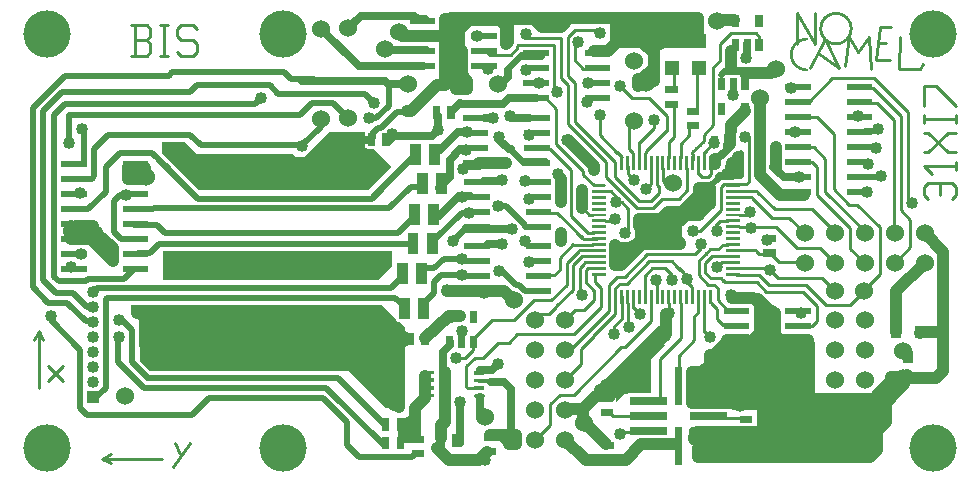
<source format=gbr>
G04 start of page 3 for group 1 idx 2
G04 Title: stribog.main_board.bis, component *
G04 Creator: pcb 20070208 *
G04 CreationDate: Sun Apr  6 09:45:44 2008 UTC *
G04 For: dti *
G04 Format: Gerber/RS-274X *
G04 PCB-Dimensions: 314961 157480 *
G04 PCB-Coordinate-Origin: lower left *
%MOIN*%
%FSLAX24Y24*%
%LNFRONT*%
%ADD11C,0.0200*%
%ADD12C,0.0400*%
%ADD13C,0.0100*%
%ADD14C,0.0250*%
%ADD16C,0.0098*%
%ADD17C,0.0250*%
%ADD18C,0.0600*%
%ADD19R,0.0400X0.0400*%
%ADD20C,0.1575*%
%ADD21R,0.0240X0.0240*%
%ADD22R,0.0200X0.0200*%
%ADD27R,0.0340X0.0340*%
%ADD28C,0.0380*%
%ADD29C,0.0207*%
%ADD30C,0.1260*%
%ADD31C,0.0350*%
%ADD32C,0.0350*%
%ADD33C,0.0120*%
%ADD34C,0.0105*%
%ADD35R,0.0250X0.0250*%
%ADD36R,0.0120X0.0120*%
%ADD37R,0.0098X0.0098*%
%ADD38R,0.0500X0.0500*%
%ADD39R,0.0360X0.0360*%
G54D11*G36*
X4803Y10826D02*Y11181D01*
X5590D01*
X5984Y10787D01*
X9173D01*
X9291Y10669D01*
X9566D01*
X10393Y11496D01*
X11591D01*
X11588Y11487D01*
X11587Y11469D01*
X11588Y11032D01*
X11593Y11015D01*
X11600Y10999D01*
X11610Y10985D01*
X11623Y10973D01*
X11637Y10963D01*
X11653Y10955D01*
X11669Y10951D01*
X11687Y10949D01*
X11883Y10950D01*
X12480Y10354D01*
X11692Y9566D01*
X6063D01*
X4803Y10826D01*
Y11181D01*
X4803D01*
Y10826D01*
G37*
G36*
X4842Y6574D02*Y7559D01*
X12480D01*
Y7047D01*
X12007Y6574D01*
X4842D01*
G37*
G36*
X19865Y2860D02*X19866Y2874D01*
X19862Y2926D01*
X19848Y2976D01*
X19826Y3024D01*
X19796Y3066D01*
X19759Y3103D01*
X19716Y3133D01*
X19669Y3155D01*
X19619Y3169D01*
X19566Y3174D01*
X19514Y3169D01*
X19464Y3155D01*
X19447Y3148D01*
X21378Y5078D01*
X21457Y4999D01*
X21424Y4984D01*
X21382Y4954D01*
X21345Y4917D01*
X21315Y4874D01*
X21292Y4827D01*
X21279Y4776D01*
X21274Y4724D01*
X21279Y4672D01*
X21292Y4621D01*
X21315Y4574D01*
X21345Y4531D01*
X21382Y4494D01*
X21424Y4464D01*
X21472Y4442D01*
X21522Y4429D01*
X21574Y4424D01*
X21591Y4425D01*
X21102Y3937D01*
Y2812D01*
X20377Y2811D01*
X20351Y2804D01*
X20331Y2795D01*
X20236D01*
X19960Y2519D01*
X19955D01*
X19955Y2521D01*
X19954Y2779D01*
X19949Y2795D01*
X19942Y2811D01*
X19932Y2825D01*
X19919Y2838D01*
X19905Y2848D01*
X19889Y2855D01*
X19872Y2860D01*
X19865Y2860D01*
G37*
G36*
X3779Y5551D02*Y5748D01*
X12165D01*
X12629Y5283D01*
Y5262D01*
X12634Y5245D01*
X12641Y5229D01*
X12651Y5215D01*
X12664Y5203D01*
X12678Y5193D01*
X12694Y5185D01*
X12711Y5181D01*
X12728Y5179D01*
X12733D01*
X12913Y5000D01*
Y4884D01*
X12909Y4880D01*
X12899Y4866D01*
X12892Y4850D01*
X12887Y4833D01*
X12886Y4816D01*
X12887Y4378D01*
X12892Y4362D01*
X12899Y4346D01*
X12909Y4332D01*
X12913Y4328D01*
Y2322D01*
X12283D01*
X11063Y3543D01*
X4409D01*
X4094Y3858D01*
Y5236D01*
X3779Y5551D01*
G37*
G54D12*X20157Y7362D02*X19960D01*
X19921Y7086D02*Y7755D01*
X20118Y7086D02*X19921D01*
X19566Y2874D02*X19606Y2913D01*
Y3070D01*
X20511Y7480D02*X20118Y7086D01*
X19921Y7755D02*X20039Y7637D01*
X20314Y7283D02*X20905Y7874D01*
X20433Y7637D02*X20157Y7362D01*
X20511Y7598D02*X20708Y7795D01*
G54D13*X21723Y5581D02*X21692Y5551D01*
X21574Y4724D02*Y4763D01*
G54D12*X21614Y4763D02*Y5433D01*
X21496Y4803D02*X21417D01*
G54D16*X20336Y5829D02*Y5028D01*
G54D12*X21102Y8267D02*X21063Y8228D01*
Y8031D01*
X20787Y7913D02*Y8425D01*
X21456Y8622D02*X20708D01*
Y8464D01*
X21614Y4763D02*X21259Y4409D01*
G54D16*X21117Y9767D02*Y10082D01*
X21123Y10043D02*Y10397D01*
G54D12*X14409Y15157D02*Y14606D01*
X14527Y15275D02*X14409Y15157D01*
X14724Y14417D02*Y15157D01*
X14685Y14881D02*X15039Y15236D01*
X14252Y15275D02*X14527D01*
X12716Y14842D02*X12834Y14724D01*
X13740D01*
X14133D02*X13464D01*
X14409Y14606D02*X14803Y14212D01*
X14610Y14302D02*X14724Y14417D01*
X14803Y14212D02*Y13504D01*
Y13425D02*X15000Y13228D01*
X14488Y13307D02*Y14330D01*
X14252Y13070D02*Y15275D01*
X16535Y5905D02*X16220Y6220D01*
X14330D01*
X16299Y10472D02*X15393D01*
G54D14*X14842Y10275D02*X14960Y10393D01*
X15393D01*
G54D13*X14724Y10196D02*X14881Y10354D01*
X19066Y8748D02*X18839Y8976D01*
G54D12*X18827D02*X18826Y9566D01*
X18110Y9173D02*Y9960D01*
Y7952D02*Y8149D01*
X19212Y10393D02*X18346Y11259D01*
X19212Y10236D02*Y10393D01*
X18110Y8149D02*Y7874D01*
G54D16*X19197Y8746D02*X19079Y8746D01*
G54D14*X14960Y8307D02*X15196D01*
X16496Y8267D02*X14960D01*
G54D11*Y8307D02*X14527Y7874D01*
G54D12*X18267Y15157D02*X18110Y15000D01*
X20196Y15196D02*Y14960D01*
X19960Y14527D02*Y15196D01*
X20826Y14527D02*X19960D01*
X20472Y15039D02*X20551D01*
X21342Y14716D02*X21259Y14606D01*
X20826Y13267D02*X21220Y13661D01*
Y14133D02*X20826Y14527D01*
X21220Y13661D02*Y14133D01*
X21224Y14598D02*Y13220D01*
X20669Y13031D02*Y13267D01*
X20826D01*
X20461Y15003D02*X19670Y14212D01*
X15000Y12952D02*X14606D01*
X14252Y13070D02*X14488Y13307D01*
X14921Y12952D02*X15000D01*
X14252Y13070D02*X13976D01*
X13425Y12519D01*
X15000Y12952D02*Y13228D01*
X18110Y15000D02*X17480D01*
X17204Y15275D01*
X16574D01*
X16338Y14978D02*X16041Y15275D01*
X16338Y15236D02*Y14527D01*
X15039Y15236D02*X15944D01*
X16299Y14724D02*Y14899D01*
G54D11*X12643Y12195D02*X13079D01*
G54D12*X13110Y12204D02*X12992D01*
X13425Y12519D02*X13110Y12204D01*
G54D11*X12107Y11659D02*X12643Y12195D01*
X12036Y11659D02*X12107D01*
X12026Y11649D02*X12036Y11659D01*
G54D14*X11807Y11349D02*X11717Y11259D01*
G54D11*X11807Y11349D02*Y11430D01*
X12025Y11648D01*
G54D14*X11717Y11259D02*X11378D01*
G54D12*X12834Y4606D02*X12795Y4566D01*
X12559Y2401D02*X12716D01*
Y2362D02*Y4567D01*
X5196Y5472D02*X3976D01*
X5236Y5433D02*X5196Y5472D01*
X4291Y4370D02*X4252Y4409D01*
Y5551D01*
X3740Y10314D02*X4252D01*
X4263Y9950D02*X4253Y9960D01*
X3700D01*
X4291Y9999D02*Y10118D01*
X3700Y10354D02*X3740Y10314D01*
X3700Y9960D02*Y10354D01*
X2834Y7992D02*X3189Y7637D01*
Y7204D01*
X2441Y7952D01*
X1850Y8188D02*X2637D01*
X1771Y7952D02*Y8385D01*
X2441Y7952D02*X1771D01*
X1811Y8228D02*X1850Y8188D01*
X1811Y8228D02*X1968Y8385D01*
X2519D01*
X28818Y2283D02*X28779Y2322D01*
X28937Y1850D02*X28385Y1259D01*
X28504Y1141D02*X28464Y1023D01*
X28504D02*X28425Y984D01*
X29133Y3346D02*X29527D01*
X29310Y3307D02*X30629D01*
X29448D02*X28937Y2795D01*
X29566Y3267D02*Y3110D01*
X29527Y3307D02*X29566Y3267D01*
X28740Y2519D02*X29645Y3425D01*
X29566Y3110D02*X28779Y2322D01*
X28937Y2795D02*Y1850D01*
X29309Y3308D02*X29310Y3307D01*
X28661Y2755D02*X29252Y3346D01*
X30866Y6181D02*Y3543D01*
X30236Y8149D02*X30866Y7519D01*
X30108Y4842D02*X30866D01*
Y3543D02*X30629Y3307D01*
X30866Y7519D02*Y6141D01*
X30078Y4812D02*X30108Y4842D01*
G54D11*X23862Y13190D02*X23858Y13186D01*
Y12677D01*
G54D14*X24330Y14015D02*Y14448D01*
X24291Y13976D02*X24330Y14015D01*
G54D13*X23464Y13425D02*Y13110D01*
G54D12*X19670Y14212D02*X19212D01*
G54D17*X19606Y14133D02*X19370D01*
G54D12*X22677Y15314D02*X22362Y15000D01*
X21302Y14519D02*X21574Y14763D01*
X21539Y14755D02*X22559Y14763D01*
X22677Y14527D02*Y15314D01*
X21302Y14519D02*X22677Y14527D01*
X20866Y15000D02*X20905Y14960D01*
X20551Y15039D02*X20590Y15000D01*
G54D17*X20511Y15039D02*X19606Y14133D01*
G54D13*X20461Y15003D02*X20464Y15000D01*
X20866D01*
G54D12*X22362D02*X20866D01*
X14448Y15314D02*X19842D01*
X16299D02*X16377Y15236D01*
X19763Y15314D02*X22559D01*
X20433Y14724D02*X21342Y14716D01*
X16299Y14448D02*Y15314D01*
G54D13*X25275Y11023D02*Y10984D01*
G54D16*X22895Y10853D02*Y10660D01*
G54D12*X25275Y11023D02*Y10354D01*
G54D14*X25629Y10000D02*X26063D01*
X25196Y10354D02*X25551Y10000D01*
G54D16*X23181Y11138D02*X22905Y10862D01*
G54D12*X24015Y10669D02*Y10196D01*
G54D11*X24121Y10826D02*X23885Y10590D01*
X24121Y10039D02*Y10826D01*
G54D12*X23818Y10118D02*Y10472D01*
G54D14*X23425Y10039D02*X23385Y10000D01*
G54D12*X23897Y10314D02*X23700Y10118D01*
G54D13*X20952Y9608D02*X21110Y9765D01*
G54D12*X20748Y8543D02*X20708Y8503D01*
Y8385D01*
X20826Y8267D01*
X20809Y8049D01*
X21950Y7930D02*X21968Y8346D01*
X22086Y8543D02*X20748D01*
X21968Y8346D02*X21771Y8149D01*
X21653Y8267D01*
X21102D01*
X22165Y8858D02*X21692D01*
X21456Y8622D01*
G54D14*X23622Y10039D02*X23425D01*
G54D12*X23700Y10118D02*X23661D01*
G54D11*X23425Y10039D02*X24121D01*
X23307Y9921D02*X23425Y10039D01*
G54D12*X22714Y9657D02*X22716Y8740D01*
X22714Y9145D02*X22716Y9212D01*
Y8740D02*X22283D01*
X22086Y8543D01*
X22283Y8700D02*X22714Y9145D01*
X22677Y9370D02*X22165Y8858D01*
X22714Y9657D02*X22992Y9645D01*
G54D13*X23432Y8543D02*X23267Y8385D01*
X22716Y8937D02*Y8858D01*
G54D14*X22990Y9027D02*X22992Y8937D01*
X22990Y8948D02*X22795Y8740D01*
Y8740D01*
G54D16*X23685Y8549D02*X23432D01*
G54D13*X22716Y9724D02*Y9645D01*
G54D12*X22950Y9538D02*X23080Y9654D01*
G54D11*X23147Y9772D02*X23307Y9918D01*
X23147Y9696D02*X23149Y9760D01*
G54D12*X23089Y9658D02*Y9113D01*
X27204Y1259D02*X27125Y1299D01*
X27204Y1259D02*X28385D01*
X26456Y2598D02*X28818D01*
X26181Y2480D02*X25000D01*
X25039Y2204D02*X25078Y2165D01*
X26181D01*
X28779Y2322D02*X26259D01*
X26377Y1968D02*X28818D01*
X26417Y1574D02*X26496Y1496D01*
X28504D01*
X26456Y1653D02*X28582D01*
X26417Y1692D02*X26456Y1653D01*
X24960Y1377D02*Y2322D01*
X27165Y1299D02*X23346D01*
X25551Y1338D02*X25511Y1299D01*
X25000D01*
X24881D02*X24960Y1377D01*
X26181Y1259D02*X26377D01*
X22637Y1299D02*X23464D01*
X22677Y944D02*Y669D01*
X24381Y1492D02*X24377Y1496D01*
X22637D01*
X28464Y984D02*X22677D01*
Y669D02*X28425D01*
X28661Y905D01*
Y1574D01*
X24921Y1496D02*X24173D01*
X25000Y5078D02*X24842D01*
Y4881D02*X24527Y4566D01*
X25354Y4645D02*X25000Y4999D01*
X25236Y4488D02*X25314Y4566D01*
X25196Y4724D02*X24803D01*
X25314Y4566D02*X26338D01*
X24566Y5944D02*X24527Y5984D01*
X24842Y5669D02*X24606Y5905D01*
X24763Y5748D01*
X24527Y5984D02*X23818D01*
X25078Y5551D02*X24684Y5944D01*
X24763Y5748D02*Y4921D01*
X24842Y4960D02*Y5669D01*
X25157Y4763D02*Y5551D01*
X25236Y4763D02*Y5472D01*
X26377Y1259D02*Y4448D01*
X26338Y4566D02*Y4173D01*
X26181Y3622D02*Y3385D01*
Y3031D02*Y2755D01*
X26141Y2716D01*
X26181Y1850D02*X24960D01*
Y1692D02*X25078Y1574D01*
X26141D01*
X24960Y1535D02*X24921Y1496D01*
X24881Y1417D02*X24842Y1456D01*
Y2283D01*
X26141Y4448D02*X26181Y4409D01*
Y4133D01*
X18267Y2259D02*X18291Y2283D01*
G54D14*X15590Y2007D02*X15433Y2165D01*
Y2671D01*
G54D12*X18291Y2283D02*X18858D01*
Y1803D02*Y2322D01*
G54D14*Y1968D02*Y1811D01*
G54D12*Y2283D02*X19291Y2716D01*
X19763D01*
X19634Y1106D02*X18897Y1843D01*
X19606Y2913D02*X19921D01*
X19527D02*X19409D01*
X19566Y2874D02*X19527Y2913D01*
X20708Y7795D02*X22086D01*
X21063Y8031D02*X21692D01*
G54D13*X19960Y7362D02*Y7322D01*
G54D12*X20511Y7637D02*X20787Y7913D01*
X20511Y7716D02*Y7480D01*
X20039Y7637D02*X20433D01*
X22047Y7812D02*X22086Y7795D01*
X22069Y7812D02*X21968Y7913D01*
G54D16*X21714Y5828D02*Y5581D01*
G54D12*X21574Y4724D02*X21496Y4803D01*
X24960Y2322D02*X24724Y2559D01*
Y2519D02*X24645Y2598D01*
X22637Y3149D02*Y2519D01*
X22834Y3110D02*Y3031D01*
X23976Y2440D02*X25000D01*
X24724Y2559D02*X23228D01*
G54D14*X24055D02*X24488D01*
X24055Y2519D02*X23779D01*
G54D12*X23937Y2480D02*X23976Y2440D01*
X23937Y2480D02*X23897Y2440D01*
X23937Y2480D02*X22559D01*
X24645Y2598D02*Y3543D01*
X24606Y3582D01*
X23425Y3858D02*X26220D01*
X26338Y4173D02*X23622D01*
X23228Y3622D02*X26181D01*
Y3385D02*X23110D01*
X23937Y4448D02*X26141D01*
X22834Y3031D02*X26181D01*
X26141Y2716D02*X22834D01*
X24606Y3582D02*X23897D01*
Y4409D01*
X23937Y3779D02*X24133Y3976D01*
X24291D01*
X23649Y4553D02*X23661Y4541D01*
Y4527D01*
X23649Y4553D02*X23663Y4566D01*
X23897Y4409D02*X23937Y4448D01*
X23663Y4566D02*X24330D01*
X24448Y4448D01*
X24685D01*
X23661Y4527D02*X23149Y4015D01*
Y3661D01*
X23622Y4173D02*X23425Y3976D01*
Y3858D01*
X23110Y3385D02*X22834Y3110D01*
X22480Y2480D02*Y3503D01*
X22834D01*
X23149Y3661D02*X22637Y3149D01*
X22834Y3503D02*X23070Y3740D01*
Y4094D01*
G54D13*X28236Y7149D02*X27755Y7629D01*
X28236Y8149D02*Y8338D01*
X27755Y7637D02*Y8307D01*
X28740Y6771D02*Y8346D01*
X29763Y9212D02*X29803D01*
X24724Y7440D02*X25118D01*
X25393Y7165D01*
X27236Y7149D02*X26747Y7637D01*
X26236Y8149D02*X25724Y8661D01*
X25196D01*
X26574Y8858D02*X26732Y8700D01*
X26732D01*
X29236Y8149D02*X29212Y8173D01*
X29685Y9291D02*X29763Y9212D01*
X29448Y8897D02*X29763Y8582D01*
G54D12*X30236Y7149D02*X29291Y6204D01*
Y4842D01*
G54D13*X29763Y8582D02*Y7677D01*
X29236Y7149D02*X29763Y7677D01*
G54D16*X28740Y6771D02*X28189Y6220D01*
Y6220D01*
X28228D02*X27755Y5748D01*
X27244Y6220D02*X26810Y6653D01*
X27755Y5748D02*X26968D01*
X26299Y6417D01*
X26810Y6653D02*X25354D01*
X26299Y6417D02*X25039D01*
G54D13*X24999Y6966D02*X25078Y6889D01*
G54D16*Y6929D02*X25032Y6975D01*
X25078Y6929D02*X25078D01*
X25354Y6653D02*X25078Y6929D01*
X25039Y6417D02*X24724Y6732D01*
X26653Y5196D02*Y5708D01*
X26181Y6181D01*
X24960D01*
G54D11*X28622Y11535D02*X28267D01*
X28700Y11614D02*X28622Y11535D01*
X28582Y11023D02*X28307D01*
X28621Y10984D02*X28582Y11023D01*
G54D13*X29212Y8173D02*Y11929D01*
G54D11*X28740Y10000D02*X28149D01*
X28779Y10039D02*X28740Y10000D01*
X28346Y10393D02*Y10511D01*
G54D13*X27204Y9606D02*Y11456D01*
X29685Y12165D02*Y9291D01*
X29448Y12047D02*Y8897D01*
G54D11*X28070Y12007D02*X28149D01*
X28031Y12047D02*X28070Y12007D01*
G54D13*X29212Y11929D02*X28661Y12480D01*
X27165Y13307D02*X28543D01*
X28503Y12992D02*X29448Y12047D01*
X28661Y12480D02*X28110D01*
X28414Y12992D02*X28503D01*
X28397Y13009D02*X28414Y12992D01*
X28543Y13307D02*X29685Y12165D01*
X27598Y13700D02*X27716Y14684D01*
X29409Y14685D02*X29370Y13622D01*
X28622Y13897D02*X28740Y15000D01*
X29133D01*
X28700Y14488D02*X28937D01*
X28622Y13897D02*X29094D01*
X30078Y13622D02*X30197Y13779D01*
X29370Y13622D02*X30078D01*
X27204Y11456D02*X26653Y12007D01*
X25984D01*
X26574Y14448D02*Y15472D01*
X25984D02*X26574Y14448D01*
X25984Y15472D02*Y14448D01*
X27401Y13661D02*X26693Y14133D01*
X26417Y13661D02*X26929Y14606D01*
X27401Y13661D01*
X27716Y14684D02*X28031Y14173D01*
X28385Y14684D01*
X28464Y13622D01*
X27165Y13307D02*X26377Y12519D01*
X26102D01*
X26747Y7637D02*X25984D01*
X26692Y8740D02*X27244Y8188D01*
Y8149D01*
X25984Y7637D02*X25275Y8346D01*
G54D11*X26102Y9488D02*X25984D01*
X26181Y9409D02*X26102Y9488D01*
G54D13*X25236Y8937D02*X26492D01*
G54D12*X25433Y9409D02*X26220D01*
G54D13*X27755Y8307D02*X26653Y9409D01*
X28236Y8220D02*X26929Y9527D01*
X28740Y8346D02*X27991Y9094D01*
X27716D01*
X27204Y9606D01*
X26492Y8937D02*X26626Y8803D01*
X26653Y9409D02*Y10026D01*
Y9881D02*Y10354D01*
X26929Y9527D02*Y10629D01*
X26495Y10511D02*X26023D01*
X26929Y10629D02*X26535Y11023D01*
X26062D01*
X26653Y10354D02*X26495Y10511D01*
X25393Y7165D02*X26220D01*
X24251Y8739D02*X24370Y8858D01*
G54D16*X24057Y8352D02*X25276D01*
X24053Y8746D02*X24251D01*
X25145Y8661D02*X25244D01*
G54D13*X24645Y9527D02*X25236Y8937D01*
G54D16*X24481Y9336D02*X23957D01*
X25141Y8657D02*X24476Y9322D01*
X23436Y8909D02*X23188Y8660D01*
G54D13*X22704Y7204D02*X22964Y7464D01*
G54D16*X22811Y10002D02*X22877D01*
G54D13*X22874Y10003D02*X23012D01*
G54D16*X22716Y10096D02*X22811Y10002D01*
X22698Y10319D02*Y10108D01*
G54D12*X23267Y10433D02*Y10629D01*
G54D16*X23463Y9685D02*X23436Y9658D01*
Y8909D01*
G54D13*X24291Y9763D02*X24370Y9842D01*
G54D12*X25433Y9409D02*X24763Y10078D01*
G54D16*X24645Y9527D02*X24641Y9531D01*
G54D13*X23425Y14448D02*X23779Y14803D01*
G54D12*X23346Y15236D02*X23897D01*
X23307Y15196D02*X23346Y15236D01*
G54D13*X23779Y14803D02*X24606D01*
X24724Y14685D01*
Y14448D01*
X23189Y11731D02*Y12110D01*
G54D12*X24252Y12204D02*X23779Y11732D01*
G54D13*X22598Y10944D02*X22598D01*
X22874Y11220D02*X22598Y10944D01*
X22887Y11234D02*Y11429D01*
G54D16*X22787Y11129D02*X22500Y10842D01*
G54D13*X22874Y11221D02*X22887Y11234D01*
X24370Y9842D02*Y11338D01*
G54D16*X24642Y9533D02*X23866D01*
G54D12*X24763Y10078D02*Y12598D01*
X23740Y11126D02*Y11377D01*
G54D14*X23665Y11091D02*Y10988D01*
G54D13*X22887Y11429D02*X23189Y11731D01*
G54D14*X23704Y10987D02*X23267Y10551D01*
G54D12*X23779Y11732D02*Y11535D01*
G54D13*X22609Y12208D02*X22637Y12236D01*
G54D14*X23704Y11091D02*Y10987D01*
G54D13*X22637Y12236D02*Y13661D01*
X23189D02*Y12007D01*
G54D12*X25275Y13622D02*X25118Y13464D01*
X24252D01*
G54D13*X23464Y13425D02*Y13110D01*
G54D11*Y13425D02*X23622Y13582D01*
X24252Y13464D02*Y13110D01*
G54D12*X23779Y13661D02*Y14212D01*
G54D17*X23700Y13543D02*X24212D01*
G54D13*X23425Y13897D02*X23189Y13661D01*
X23425Y13897D02*Y14448D01*
G54D16*X22502Y10771D02*Y10577D01*
G54D13*X23122Y10107D02*Y10397D01*
X23012Y10001D02*X23119Y10108D01*
X23464Y9685D02*X23543Y9763D01*
X24291D01*
X23346Y5905D02*X23700Y5551D01*
X26496Y5039D02*X26299D01*
X23649Y5553D02*X23622Y5580D01*
X23504Y5078D02*X23976D01*
G54D16*X23103Y5829D02*X23307Y5626D01*
G54D13*Y5275D01*
X23504Y5078D01*
G54D16*X24960Y6181D02*X24645Y6496D01*
G54D13*X24015D02*X23582D01*
G54D16*X23157Y6633D02*X23444D01*
G54D13*X23527Y6551D01*
X26653Y5196D02*X26496Y5039D01*
X23582Y6496D02*X23503Y6574D01*
G54D16*X23304Y6998D02*X23476Y7170D01*
X23685Y7368D02*X23170D01*
X22929Y6814D02*X23110Y6633D01*
X23474Y7171D02*X23693D01*
X23110Y6633D02*X23204D01*
G54D13*X23346Y6299D02*Y5905D01*
X23228Y6417D02*X23346Y6299D01*
X23149Y6417D02*X23228D01*
G54D16*X23031D02*X23137D01*
X22716Y6732D02*X23031Y6417D01*
X22501Y6222D02*Y6327D01*
G54D13*X22696Y5499D02*X22552Y5354D01*
G54D16*X22699Y5829D02*Y5499D01*
G54D13*X22716Y6732D02*X22704Y6744D01*
X24291Y6732D02*X24094D01*
G54D16*X24724D02*X24252D01*
X24645Y6496D02*X23858D01*
G54D13*X24094Y6732D02*X23937D01*
G54D16*X24054Y7564D02*X24606D01*
G54D13*X24606Y7560D02*X24724Y7440D01*
G54D16*X25032Y6974D02*X24009D01*
G54D13*X22598Y7440D02*X22795Y7637D01*
X22704Y6744D02*Y7204D01*
X22795Y7637D02*Y7795D01*
X22519Y8228D02*X22755D01*
X23346Y8818D01*
G54D16*X23684Y7761D02*X23508D01*
X23507Y7759D02*X23346Y7598D01*
X23098D02*X22940Y7440D01*
X23153Y7370D02*X23019Y7236D01*
X23346Y7598D02*X23110D01*
X23173Y7370D02*X23153D01*
X23346Y7598D02*X23098D01*
G54D13*X23023Y7232D02*X22929Y7137D01*
Y6818D01*
G54D11*X1653Y5826D02*X2283Y5196D01*
X2086Y4251D02*X1102Y5236D01*
G54D13*X708Y2992D02*Y4881D01*
G54D11*X3477Y5236D02*X3812Y4901D01*
Y3840D01*
X3346Y3858D02*Y4685D01*
X2283Y5196D02*X2519D01*
X2952Y5944D02*Y2992D01*
Y5944D02*X2992Y5984D01*
X2322Y5669D02*X2519D01*
X3385Y5236D02*X3477D01*
X1023Y5826D02*X1653D01*
X2641Y6299D02*X12440D01*
X2992Y5984D02*X12598D01*
X1850Y6141D02*X2322Y5669D01*
X4344Y3307D02*X4788D01*
X3811Y3840D02*X4344Y3307D01*
X4212Y2992D02*X10275D01*
X4330Y3307D02*X10669D01*
X3346Y3858D02*X4212Y2992D01*
X6378Y2637D02*X10196D01*
X2322Y2086D02*X2401D01*
G54D13*X2834Y629D02*X3110Y472D01*
X2834Y629D02*X3110Y787D01*
X2834Y629D02*X4803D01*
G54D11*X2952Y2992D02*X2559Y2598D01*
X2086Y2322D02*X2322Y2086D01*
X2362D02*X5826D01*
X6378Y2637D01*
X10196D02*X10984Y1850D01*
Y1063D01*
X11378Y669D01*
X2086Y2429D02*Y4251D01*
X2086Y2440D02*Y2322D01*
G54D13*X5433Y787D02*X5236Y1141D01*
X5196Y354D02*X5748Y1141D01*
G54D11*X511Y6338D02*X1023Y5826D01*
X2519Y6177D02*X2641Y6299D01*
G54D13*X708Y4881D02*X866Y4566D01*
X708Y4881D02*X551Y4566D01*
G54D11*X1102Y5236D02*Y5354D01*
X1299Y6141D02*X1850D01*
X9133Y13267D02*X9881D01*
X11574Y12795D02*X9527D01*
G54D14*X12244Y13228D02*X9488D01*
G54D11*X8700Y12795D02*X9645D01*
X11023Y11968D02*X10511Y12480D01*
X9803D01*
X9606Y12283D02*X9803Y12480D01*
X10118Y11692D02*Y11929D01*
X9488Y11063D02*X10118Y11692D01*
X12391Y12394D02*Y13093D01*
X11732Y11968D02*X11965D01*
X12391Y12394D01*
X9606Y12283D02*X9409Y12086D01*
X2559Y10039D02*Y10393D01*
Y10314D02*Y10944D01*
X2204Y11574D02*Y10472D01*
X1574Y13385D02*X5039D01*
X5748Y12834D02*X5984Y13070D01*
X2165Y11614D02*X2204Y11574D01*
X2559Y10944D02*X3031Y11417D01*
X6023Y9291D02*X4685Y10629D01*
X2952Y10196D02*Y10354D01*
X3425Y10826D01*
X4488D01*
X5039Y10275D01*
X3228Y8189D02*Y9212D01*
X2362Y8937D02*X2007D01*
X3610Y9405D02*X3539D01*
X3425Y9409D02*X3661D01*
X3228Y9212D02*X3425Y9409D01*
X4409Y7480D02*X4015D01*
X3611Y7952D02*X3464D01*
X3228Y8189D01*
X4645Y8425D02*X3897D01*
X4409Y7480D02*X4724Y7795D01*
X11811Y9291D02*X6023D01*
X4566Y8976D02*X12401D01*
X12677Y8149D02*X4921D01*
X4645Y8425D01*
X4724Y7795D02*X13149D01*
X4263Y8950D02*X4277Y8937D01*
X4527D01*
X4566Y8976D01*
X511Y12322D02*X1574Y13385D01*
X1732Y12047D02*Y11141D01*
X1220Y12086D02*X1574Y12440D01*
X866Y12204D02*X1496Y12834D01*
X1417Y6535D02*X2283D01*
X2362Y6614D01*
X3543D02*X3858Y6929D01*
X3613Y7950D02*X3611Y7952D01*
X2213Y9950D02*X2223Y9960D01*
X2362Y8937D02*X2952Y9527D01*
Y10236D01*
X2480Y9960D02*X2559Y10039D01*
X2223Y9960D02*X2480D01*
X2362Y6614D02*X3543D01*
X511Y6338D02*Y12322D01*
X1378Y6535D02*X1456D01*
X1220Y12086D02*Y6692D01*
X1378Y6535D01*
X866Y12204D02*Y6574D01*
X1299Y6141D01*
X8897Y13503D02*X9133Y13267D01*
X5157Y13503D02*X8897D01*
X5039Y13385D02*X5157Y13503D01*
X5984Y13070D02*X8425D01*
X9409Y12086D02*X1732D01*
X3031Y11417D02*X5748D01*
X6102Y11063D02*X9488D01*
X5748Y11417D02*X6102Y11063D01*
X1574Y12440D02*X7913D01*
X1496Y12834D02*X5748D01*
X7913Y12440D02*X8110Y12637D01*
Y12637D01*
X8425Y13070D02*X8700Y12795D01*
G54D16*X21901Y11349D02*X21732Y11181D01*
X21714Y11167D02*Y10645D01*
X22401Y11417D02*X22110Y11125D01*
X22500Y10842D02*Y10776D01*
X22108Y11124D02*Y10652D01*
G54D13*X22401Y11417D02*Y11732D01*
X21889Y12928D02*Y13582D01*
X18858Y13622D02*X19252D01*
X20078Y13031D02*X20472Y12637D01*
X17637D02*X17401D01*
X21062D02*X20472D01*
X21901Y12917D02*X21889Y12928D01*
X19921Y10511D02*X18582Y11850D01*
Y11968D01*
X19606Y10511D02*X18582Y11535D01*
X19409Y11417D02*Y12086D01*
X17649Y10970D02*X17674Y10944D01*
X17755D01*
G54D16*X20927Y10679D02*Y10825D01*
G54D13*X20944Y10866D02*Y10826D01*
X21653Y11574D02*X20944Y10866D01*
G54D16*X20905Y11338D02*X20748Y11181D01*
X20730Y11181D02*Y10567D01*
X20533Y10678D02*Y10823D01*
G54D13*X20138Y10691D02*X19984Y10845D01*
G54D16*X20533Y10801D02*X20393Y10940D01*
X20393Y10984D02*Y11889D01*
G54D13*X20000Y10826D02*X19409Y11417D01*
G54D16*X20393Y10940D02*Y11076D01*
G54D13*X21653Y11551D02*Y12047D01*
X20905Y11338D02*X21220Y11653D01*
Y11929D01*
X21653Y12047D02*X21062Y12637D01*
G54D16*X21901Y12437D02*Y11349D01*
G54D13*X18858Y10196D02*X18857Y10079D01*
X19921Y10157D02*Y10511D01*
Y10000D02*Y10275D01*
X19606Y10039D02*Y10118D01*
Y10078D02*Y10511D01*
G54D16*Y10026D02*Y10075D01*
X20336Y10098D02*Y10374D01*
G54D11*X14803Y8818D02*X15078D01*
G54D14*X14055Y8700D02*X14724Y9370D01*
X14055Y9645D02*X14409Y9999D01*
Y10590D01*
G54D11*X13949Y7965D02*X14803Y8818D01*
X13823Y7965D02*X13910D01*
X16929Y8344D02*Y8403D01*
X17038Y8344D02*X16929D01*
G54D14*X16023Y9881D02*X15551D01*
X16063Y9921D02*X16023Y9881D01*
G54D11*X16929Y8403D02*X16275Y9058D01*
X16023Y9055D02*X16292D01*
G54D14*X14724Y9370D02*X15078D01*
G54D13*X18110Y14645D02*X17795D01*
X17874D02*X16889D01*
X17338Y14409D02*X17795D01*
X17337Y14408D02*X17338Y14409D01*
X18110D02*Y14645D01*
X17716Y14409D02*X17874D01*
G54D11*X16318Y13591D02*X16782Y14055D01*
G54D14*X16338Y13582D02*Y13346D01*
X16802Y14055D02*X17440D01*
X16338Y13346D02*X16023Y13031D01*
G54D13*X16378Y14094D02*X16417D01*
X16455D02*X15748D01*
X16446D02*X16659Y14307D01*
Y14370D01*
X17362Y13149D02*X17283D01*
X15748Y14094D02*X15629Y14212D01*
X16697Y14408D02*X17337D01*
X16659Y14370D02*X16697Y14408D01*
X18582Y11929D02*Y13149D01*
X18110Y13307D02*Y14409D01*
X17874Y12834D02*Y14409D01*
X18582Y14370D02*Y13897D01*
X18346Y13385D02*Y14685D01*
Y11771D02*Y13070D01*
X18582Y13897D02*X18858Y13622D01*
X18346Y13385D02*X18582Y13149D01*
X18346Y13070D02*X18110Y13307D01*
X18574Y14909D02*X19417D01*
X18342Y14677D02*X18574Y14909D01*
G54D14*X16062Y12440D02*X14763D01*
X14685Y11496D02*X15000D01*
X14763Y12480D02*X14448Y12165D01*
X14015Y12032D02*Y11574D01*
X13972Y12075D02*X14015Y12032D01*
G54D13*X18622Y11496D02*X18346Y11771D01*
X17952Y12289D02*Y11102D01*
G54D14*X16377Y10944D02*X16456D01*
X16889Y10511D02*X17598D01*
G54D13*X17007Y9960D02*X17007D01*
X16929Y10039D02*X17007Y9960D01*
G54D11*X16417Y10944D02*X16850Y10511D01*
G54D14*X16063Y11259D02*X16377Y10944D01*
X16456Y12007D02*X16496Y11968D01*
X16378Y12637D02*X17283D01*
G54D13*X17606Y12635D02*X17952Y12289D01*
G54D14*X16496Y11968D02*X17047D01*
G54D13*X16456Y12007D02*X16496D01*
G54D14*X16063Y12440D02*X16181D01*
X16378Y12637D01*
X15599Y11970D02*X15601Y11968D01*
X15826D01*
X12559Y11377D02*X12401Y11220D01*
X13818Y11377D02*X12559D01*
X14015Y11574D02*X13818Y11377D01*
G54D11*X13110Y9685D02*X13503D01*
G54D14*X12283Y14251D02*X13622D01*
X13228Y15393D02*X13385Y15236D01*
X13582D01*
X13228Y15275D02*X13582D01*
X11448Y15393D02*X13228D01*
X12244Y14291D02*X12283Y14251D01*
X12362Y13110D02*X12244Y13228D01*
X13023Y13110D02*X13023Y13110D01*
X12362D01*
X13503Y13700D02*X11377D01*
G54D11*X11889Y12480D02*X11574Y12795D01*
G54D14*X11023Y14968D02*X11448Y15393D01*
X11377Y13700D02*X10118Y14960D01*
G54D11*X12401Y8976D02*X13110Y9685D01*
X13228Y10708D02*X11850Y9330D01*
X13228Y10708D02*X11811Y9291D01*
X13223Y8609D02*X13210Y8622D01*
X13149D01*
X12677Y8149D01*
G54D13*X20236Y6692D02*X20984Y7440D01*
X18464Y10236D02*Y8700D01*
G54D16*X19204Y7565D02*X18712D01*
G54D13*X18518Y7767D02*X18070Y7322D01*
G54D16*X18712Y7562D02*X18307Y7161D01*
X19195Y7761D02*X18509D01*
G54D13*X17992Y8818D02*X18846Y7968D01*
G54D16*X18845Y7958D02*X19322D01*
X19006Y8157D02*X18622Y8543D01*
X18665Y8114D02*X18810Y7968D01*
G54D13*X17817Y6732D02*X17401D01*
X18070Y7322D02*Y6929D01*
X17874Y6732D01*
X17519D01*
G54D16*X18840Y7086D02*X18925Y7170D01*
X18736Y6983D02*X18840Y7087D01*
X18528Y7073D02*X18822Y7367D01*
G54D13*X17952Y11102D02*X18858Y10196D01*
X17755Y10944D02*X18464Y10236D01*
G54D14*X13902Y10918D02*X13915Y10905D01*
X14094D01*
X14685Y11496D01*
X14409Y10590D02*X14763Y10944D01*
X15000D01*
G54D16*X20543Y5637D02*X20748Y5433D01*
X20866Y4960D02*X21126Y5220D01*
X19929Y5436D02*X19189Y4696D01*
G54D13*X19881Y5039D02*Y4803D01*
G54D16*X19929Y6295D02*Y5436D01*
X19881Y5039D02*X20137Y5295D01*
X20139D02*Y6043D01*
G54D13*X19929Y6295D02*Y6307D01*
X20078Y6456D01*
G54D16*X20533Y5828D02*Y5635D01*
X21123Y5219D02*Y5971D01*
G54D12*X15386Y590D02*X15196D01*
X15658Y862D02*X15386Y590D01*
G54D14*X14763Y2519D02*Y1141D01*
G54D12*X16377Y1181D02*X16141Y1417D01*
G54D14*X16456Y1220D02*Y2952D01*
X16456Y1220D02*X16456Y1220D01*
G54D12*X16614Y1417D02*Y1102D01*
X15748Y1417D02*X16614D01*
G54D13*X14921Y3976D02*X15196Y4251D01*
X14960Y3031D02*X15000Y2992D01*
X14960Y3031D02*Y3700D01*
X15236Y3976D01*
G54D33*X15748Y3228D02*X15393D01*
G54D13*X15196Y4251D02*Y4488D01*
X16653Y4763D02*X16378Y4488D01*
X16023D01*
X16535Y5236D02*X15826D01*
X15196Y4606D01*
X15196D01*
G54D12*X16614Y1102D02*X16377D01*
X20787D02*X21929D01*
G54D13*X19849Y2047D02*X21063D01*
X20078Y1496D02*X20826D01*
G54D12*X18937Y590D02*X20275D01*
X20787Y1102D01*
X18267Y1259D02*X18937Y590D01*
G54D13*X24201Y1972D02*X24197Y1968D01*
X23385D01*
X17267Y1259D02*X17755Y1748D01*
Y2440D01*
X18070Y2755D01*
X18543D01*
X20118Y4330D01*
X20236D01*
X18267Y4259D02*X18433D01*
X18779Y3771D02*Y4291D01*
X18267Y3259D02*X18779Y3771D01*
X19724Y6417D02*X20000Y6692D01*
X19735Y2161D02*X19849Y2047D01*
X19448Y5669D02*X18543Y4763D01*
X18433Y4259D02*X19724Y5551D01*
X20236Y4330D02*X20866Y4960D01*
G54D16*X18503Y6259D02*X18529Y6285D01*
X18818Y6063D02*X18736Y6145D01*
G54D13*X22126Y4645D02*X21417Y3936D01*
X22047Y4070D02*Y3307D01*
X21417Y3936D02*Y2559D01*
X22047Y4055D02*X22559Y4567D01*
G54D16*X22499Y6333D02*X22189Y6641D01*
G54D13*X22559Y4567D02*Y5354D01*
X22903Y4852D02*X23070Y4685D01*
G54D16*X22895Y5829D02*Y4852D01*
G54D13*X20000Y6692D02*X20236D01*
X21063Y7204D02*X20315Y6456D01*
X21929Y7086D02*X22086Y6929D01*
X20315Y6456D02*X20078D01*
X22204Y6614D02*Y6811D01*
G54D16*X20926Y6747D02*Y6022D01*
G54D13*X22126Y4645D02*Y5433D01*
X21811Y6732D02*Y6574D01*
G54D16*X22108Y5828D02*Y5262D01*
X21320Y6199D02*Y6461D01*
G54D13*X19448Y6299D02*Y5669D01*
G54D11*X16929Y6220D02*X17283D01*
G54D13*X17795Y5905D02*X17204D01*
G54D16*X17951Y5669D02*Y5709D01*
G54D13*X18543Y4763D02*X16653D01*
X17204Y5905D02*X16535Y5236D01*
G54D11*X16732Y6417D02*X16929Y6220D01*
X16055Y6885D02*X16145D01*
X16614Y6417D01*
G54D16*X17267Y5259D02*X17447Y5439D01*
X17721D01*
X17951Y5669D01*
X18736Y6145D02*Y6983D01*
G54D14*X14409Y4409D02*Y4527D01*
X14173Y4173D02*X14409Y4409D01*
X14252Y3503D02*X14173Y3582D01*
Y4173D01*
G54D13*X16012Y4484D02*X15504Y3976D01*
X15236D02*X15511D01*
G54D14*X15826Y3582D02*X15433D01*
X16456Y2952D02*X16220Y3188D01*
G54D13*X15787D02*X15748Y3228D01*
G54D14*X16220Y3188D02*X15787D01*
G54D13*X15000Y2992D02*X15393D01*
G54D14*X16023Y3779D02*X15826Y3582D01*
G54D13*X14606Y3976D02*X14921D01*
G54D12*X14130Y1310D02*X14133Y1314D01*
X13976Y984D02*X14370Y590D01*
G54D11*X13256Y783D02*X13142Y669D01*
G54D12*X14370Y590D02*X15314D01*
G54D11*X10669Y3307D02*X12244Y1732D01*
X10275Y2992D02*X12204Y1063D01*
X11378Y669D02*X13149D01*
G54D12*X13582Y2637D02*Y3385D01*
X13267Y2322D02*X13582Y2637D01*
X14133Y1732D02*X14252Y1850D01*
Y3503D01*
X13267Y2322D02*Y1338D01*
X12874D02*Y1771D01*
X14133Y1314D02*Y1732D01*
X13267Y1338D02*X12874D01*
X13070Y1850D02*Y1338D01*
G54D13*X18937Y6496D02*Y6732D01*
X18464Y8700D02*X18622Y8543D01*
Y8543D01*
G54D16*X19203Y9730D02*X18857Y10076D01*
G54D11*X17038Y8344D02*X17038Y8344D01*
G54D16*X18307Y6417D02*Y7162D01*
X18529Y6285D02*Y7017D01*
G54D14*X16063Y7795D02*X15669D01*
G54D13*X19724Y5551D02*Y6417D01*
G54D16*X19220Y4728D02*X18779Y4287D01*
X19220Y4728D02*Y4728D01*
X18779Y4287D02*Y4106D01*
G54D11*X16614Y6417D02*X16732D01*
G54D13*X18307D02*X17795Y5905D01*
X18503Y6259D02*X17952Y5708D01*
X18267Y5259D02*X18598Y5590D01*
X18897D01*
X19212Y5905D01*
G54D16*X18937Y6732D02*Y6905D01*
G54D13*X19212Y5905D02*Y6220D01*
X18937Y6496D01*
X19252Y6731D02*Y6496D01*
X19448Y6299D01*
G54D12*X13586Y4656D02*X14401Y5393D01*
X14763Y5393D02*X14488D01*
G54D11*X13548Y5799D02*X13897Y6149D01*
Y6496D02*X14133Y6732D01*
X14803D01*
X13897Y6149D02*Y6496D01*
Y6968D02*X14212Y7283D01*
X14803D01*
X13469Y6981D02*X13482Y6968D01*
X13897D01*
X12440Y6299D02*X12834Y6692D01*
X12913Y5669D02*X12913D01*
X12834Y5708D02*X12874D01*
X12598Y5984D02*X12913Y5669D01*
G54D16*X18925Y7170D02*X19038D01*
X19211Y8155D02*X19013D01*
X18893Y7367D02*X19220D01*
X19013Y6974D02*X19271D01*
X18822Y7367D02*X18974D01*
G54D13*X20984Y7440D02*X22598D01*
X22204Y6811D02*X22047Y6968D01*
X21811Y7204D02*X21968Y7047D01*
X21574Y6968D02*X21811Y6732D01*
X21157Y6968D02*X20937Y6748D01*
X21063Y7204D02*X21811D01*
X21574Y6968D02*X21157D01*
G54D16*X18936Y6900D02*X19006Y6970D01*
X18992Y7171D02*X19292D01*
X18529Y7009D02*Y7074D01*
G54D13*X22047Y9291D02*X21496D01*
X20718Y9202D02*X21102D01*
G54D16*X17992Y8818D02*X17598D01*
G54D13*X20661Y8980D02*X21185D01*
G54D16*X20334D02*X20141Y9173D01*
X20659Y8981D02*X20651D01*
X20659Y8980D02*X20659Y8981D01*
G54D13*X20354Y8976D02*Y8307D01*
X20535Y9901D02*X20338Y10098D01*
X20236Y8189D02*Y8188D01*
X20354Y8307D02*X20236Y8189D01*
G54D16*X20141Y9173D02*X19960D01*
Y9354D02*X19787Y9531D01*
Y9533D02*X19472D01*
X20651Y8981D02*X19606Y10026D01*
X19960Y9173D02*Y9354D01*
G54D13*X19921Y10000D02*X20718Y9202D01*
X19848Y8549D02*X19921Y8622D01*
G54D16*X19573Y8549D02*X19848D01*
G54D13*X22322Y9645D02*Y9566D01*
X21533Y9883D02*X21850Y9566D01*
X22322D02*X22047Y9291D01*
G54D16*X22304Y10303D02*Y9601D01*
X21517Y10309D02*Y9883D01*
G54D13*X21185Y8980D02*X21271Y9066D01*
X21496Y9291D02*X21220Y9015D01*
X21102Y9202D02*X21338Y9438D01*
G54D16*X21338Y9438D02*X21375Y9476D01*
X21320Y9745D02*Y10297D01*
X21375Y9690D02*X21320Y9745D01*
X21375Y9476D02*Y9697D01*
G54D13*X26299Y14606D02*G75*G03X25787Y14094I0J-511D01*G01*
G75*G03X26299Y13582I511J0D01*G01*
X27283Y15472D02*G75*G03X26771Y14960I0J-511D01*G01*
G75*G03X27283Y14448I511J0D01*G01*
X27283D02*G75*G03X27795Y14960I0J511D01*G01*
X27283Y15472D02*G75*G02X27795Y14960I0J-511D01*G01*
G54D34*X30353Y9291D02*X30222Y9422D01*
Y9684D02*Y9422D01*
Y9684D02*X30353Y9815D01*
X31139D01*
X31270Y9684D02*X31139Y9815D01*
X31270Y9684D02*Y9422D01*
X31139Y9291D02*X31270Y9422D01*
X30746Y9815D02*Y9422D01*
X31270Y10522D02*Y10260D01*
X30222Y10391D02*X31270D01*
X30484Y10129D02*X30222Y10391D01*
Y10837D02*X30353D01*
X31008Y11492D01*
X31270D01*
X31008Y10837D02*X31270D01*
X31008D02*X30353Y11492D01*
X30222D02*X30353D01*
X30222Y12069D02*Y11807D01*
Y11938D02*X31270D01*
Y12069D02*Y11807D01*
Y12383D02*X30615Y13038D01*
X30222D02*X30615D01*
X30222D02*Y12383D01*
X3779Y14044D02*X4303D01*
X4434Y14175D01*
Y14437D02*Y14175D01*
X4303Y14568D02*X4434Y14437D01*
X3910Y14568D02*X4303D01*
X3910Y15092D02*Y14044D01*
X3779Y15092D02*X4303D01*
X4434Y14961D01*
Y14699D01*
X4303Y14568D02*X4434Y14699D01*
X4749Y15092D02*X5011D01*
X4880D02*Y14044D01*
X4749D02*X5011D01*
X5849Y15092D02*X5980Y14961D01*
X5456Y15092D02*X5849D01*
X5325Y14961D02*X5456Y15092D01*
X5325Y14961D02*Y14699D01*
X5456Y14568D01*
X5849D01*
X5980Y14437D01*
Y14175D01*
X5849Y14044D02*X5980Y14175D01*
X5456Y14044D02*X5849D01*
X5325Y14175D02*X5456Y14044D01*
G54D13*X1023Y3698D02*X1523Y3198D01*
X1023D02*X1523Y3698D01*
G54D18*X11023Y11968D03*
Y14968D03*
X10118Y14960D03*
Y11960D03*
X16023Y13110D03*
X13023D03*
X20551Y11889D03*
Y13889D03*
X30236Y8149D03*
Y7149D03*
X29236Y8149D03*
Y7149D03*
X28236Y8149D03*
Y7149D03*
X21850Y9803D03*
X27236Y8149D03*
Y7149D03*
X26236Y8149D03*
Y7149D03*
X28267Y1259D03*
X27267D03*
X28267Y2259D03*
X27267D03*
X28267Y3259D03*
X27267D03*
X28267Y4259D03*
X27267D03*
X28267Y5259D03*
X27267D03*
X27244Y6220D03*
X28228D03*
G54D12*X2519Y6177D03*
Y5677D03*
Y5177D03*
Y4677D03*
Y4177D03*
Y3677D03*
Y3177D03*
G54D19*Y2677D03*
G54D18*X18267Y1259D03*
X17267D03*
X18267Y2259D03*
X17267D03*
X18267Y3259D03*
X17267D03*
X18267Y4259D03*
X17267D03*
X18267Y5259D03*
X17267D03*
G54D20*X8858Y14763D03*
G54D12*X16299Y14448D03*
G54D18*X12716Y14842D03*
G54D12*X15314Y14724D03*
G54D18*X12244Y14291D03*
X14645Y13267D03*
G54D12*X16968Y14763D03*
Y13582D03*
X11732Y11968D03*
X8110Y12637D03*
X11889Y12480D03*
G54D20*X984Y14763D03*
G54D12*X15866Y11968D03*
X15669Y13622D03*
X17401Y13149D03*
X16417Y12047D03*
X19409Y12086D03*
X19015Y13149D03*
X18976Y12519D03*
X17992Y12834D03*
X19960Y14527D03*
X20078Y13031D03*
G54D18*X20944Y13149D03*
G54D12*X18700Y14511D03*
X21732Y5476D03*
X21299Y6574D03*
X22322Y6614D03*
X21811Y6574D03*
X22519Y8228D03*
X19921Y8622D03*
Y7401D03*
X20968Y9602D03*
X20236Y8149D03*
X18826Y9566D03*
X19960Y9173D03*
X18826Y8976D03*
X19212Y10236D03*
X16496Y8267D03*
X16023Y9055D03*
X17047Y9291D03*
X16141Y9925D03*
X16929Y9881D03*
X17047Y11417D03*
X16141Y7795D03*
X15551Y6141D03*
X18110Y7952D03*
X18031Y10118D03*
X14842Y10275D03*
X14976Y11496D03*
X14960Y10905D03*
X16063Y11338D03*
X18307Y11259D03*
X18110Y9173D03*
X14803Y9330D03*
X15039Y8818D03*
X16299Y10472D03*
X14015Y11574D03*
X12480Y11456D03*
X14527Y7874D03*
G54D18*X10826Y7047D03*
G54D12*X9488Y11062D03*
G54D18*X8070Y9960D03*
X8503Y7047D03*
X1811Y8228D03*
X3031Y7598D03*
G54D12*X2126Y7440D03*
X1732Y11141D03*
G54D18*X4291Y9999D03*
G54D12*X3610Y9405D03*
X2086Y9488D03*
X2165Y11614D03*
G54D18*X6102Y7126D03*
X6299Y10000D03*
G54D12*X23228Y11141D03*
G54D18*X23307Y15196D03*
X21338Y14527D03*
G54D12*X19409Y14803D03*
X22795Y9645D03*
X20535Y9901D03*
X21220Y11929D03*
X28779Y10039D03*
X28031Y12047D03*
X28700Y11614D03*
X28621Y10984D03*
X28346Y10433D03*
G54D20*X30511Y14763D03*
G54D12*X24252Y12244D03*
X25905Y11496D03*
X24291Y13976D03*
G54D18*X25275Y13622D03*
X24763Y12637D03*
G54D12*X25787Y12992D03*
X23858Y12755D03*
X24252Y11338D03*
X25275Y11023D03*
X23267Y10433D03*
X23307Y8228D03*
G54D18*X23897Y10314D03*
G54D12*X23303Y7000D03*
X26181Y9409D03*
X26063Y10000D03*
X25000Y7913D03*
X24448Y8307D03*
X24409Y8858D03*
X28307Y9527D03*
G54D18*X29527Y4212D03*
G54D12*X25551Y3976D03*
G54D18*X29527Y3307D03*
G54D20*X30511Y984D03*
G54D12*X29803Y9133D03*
X26102Y5472D03*
X22795Y7795D03*
X22716Y8740D03*
X20984Y1102D03*
G54D18*X22637Y1299D03*
G54D12*X19881Y4763D03*
X23070Y4685D03*
X23779Y6063D03*
G54D18*X23460Y3968D03*
X24291Y4488D03*
G54D12*X24566Y5944D03*
G54D18*X24842Y5078D03*
G54D12*X25078Y6929D03*
G54D18*X24094Y1220D03*
Y2480D03*
X24960Y1850D03*
G54D12*X19566Y2874D03*
G54D18*X16456Y1220D03*
X18897Y1811D03*
G54D12*X20078Y1456D03*
G54D18*X15590Y2007D03*
G54D12*X15590Y590D03*
X20748Y5433D03*
X20393Y5027D03*
X21574Y4724D03*
X14763Y5393D03*
G54D18*X12834Y4606D03*
G54D12*X12716Y3503D03*
X12716Y2362D03*
X14803Y4881D03*
X14606Y3976D03*
X14763Y2519D03*
X16023Y3779D03*
G54D18*X11102Y5275D03*
X10236Y4094D03*
X11692Y3425D03*
G54D12*X18818Y6063D03*
X14330Y6259D03*
X14803Y6732D03*
X16055Y6885D03*
X17047Y7165D03*
X16929Y7874D03*
X14803Y7283D03*
G54D18*X16535Y5905D03*
G54D12*X3385Y5236D03*
G54D18*X5590Y3976D03*
G54D12*X1771Y7007D03*
G54D18*X4252Y5433D03*
G54D12*X3385Y4685D03*
G54D18*X3582Y2716D03*
G54D20*X984Y984D03*
X8858Y984D03*
G54D12*X1102Y5393D03*
G54D18*X8897Y5314D03*
X7874Y4055D03*
X6456Y5314D03*
G54D21*X19555Y2161D02*X19735D01*
X19555Y2641D02*X19735D01*
G54D17*X22528Y1538D02*X23528D01*
G54D21*X19595Y586D02*X19775D01*
X19595Y1066D02*X19775D01*
G54D35*X20528Y2038D02*X21528D01*
X20528Y1538D02*X21528D01*
X20528Y2538D02*X21528D01*
G54D21*X13256Y783D02*X13436D01*
X13256Y1263D02*X13436D01*
X14610Y1310D02*Y1130D01*
X14130Y1310D02*Y1130D01*
X15658Y1342D02*X15838D01*
X15658Y862D02*X15838D01*
G54D35*X22528Y2538D02*X23528D01*
X22528Y2038D02*X23528D01*
X22028Y1538D02*Y538D01*
Y3538D02*Y2538D01*
G54D21*X24201Y1452D02*X24381D01*
X24201Y1932D02*X24381D01*
G54D27*X29688Y4052D02*Y3992D01*
G54D36*X13614Y2726D02*X13834D01*
G54D21*X12279Y1231D02*Y1051D01*
X12759Y1231D02*Y1051D01*
X12279Y1861D02*Y1681D01*
X12759Y1861D02*Y1681D01*
G54D22*X27747Y9509D02*X28397D01*
X27747Y10009D02*X28397D01*
X27747Y10509D02*X28397D01*
X27747Y11009D02*X28397D01*
X27747Y11509D02*X28397D01*
X27747Y12009D02*X28397D01*
X27747Y12509D02*X28397D01*
X27747Y13009D02*X28397D01*
G54D27*X30078Y4872D02*Y4812D01*
X29298Y4872D02*Y4812D01*
G54D37*X21517Y6200D02*Y5830D01*
X21714Y6200D02*Y5830D01*
X21911Y6200D02*Y5830D01*
X22108Y6200D02*Y5830D01*
X20336Y6200D02*Y5830D01*
X20533Y6200D02*Y5830D01*
X20730Y6200D02*Y5830D01*
X20927Y6200D02*Y5830D01*
X21123Y6200D02*Y5830D01*
X21320Y6200D02*Y5830D01*
X22305Y6200D02*Y5830D01*
X22501Y6200D02*Y5830D01*
X22698Y6200D02*Y5830D01*
X22895Y6200D02*Y5830D01*
X23092Y6200D02*Y5830D01*
G54D22*X23649Y5553D02*X24299D01*
X23649Y5053D02*X24299D01*
X23649Y4553D02*X24299D01*
X23649Y4053D02*X24299D01*
X25699Y5053D02*X26349D01*
X25699Y5553D02*X26349D01*
G54D37*X23669Y8746D02*X24039D01*
X23669Y8943D02*X24039D01*
X23669Y9139D02*X24039D01*
X23669Y9336D02*X24039D01*
X23669Y7958D02*X24039D01*
X23669Y8155D02*X24039D01*
X23669Y8352D02*X24039D01*
X23669Y8549D02*X24039D01*
G54D22*X25699Y4053D02*X26349D01*
X25699Y4553D02*X26349D01*
G54D37*X20139Y6200D02*Y5830D01*
G54D22*X25697Y10509D02*X26347D01*
X25697Y10009D02*X26347D01*
X25697Y9509D02*X26347D01*
G54D21*X24717Y15309D02*Y15149D01*
Y14489D02*Y14329D01*
X24988Y7476D02*X25168D01*
X24988Y7956D02*X25168D01*
G54D37*X23669Y6777D02*X24039D01*
X23669Y6974D02*X24039D01*
X23669Y7171D02*X24039D01*
X23669Y7368D02*X24039D01*
X23669Y7565D02*X24039D01*
X23669Y7761D02*X24039D01*
X23669Y9533D02*X24039D01*
X23669Y9730D02*X24039D01*
X23092Y10680D02*Y10310D01*
X22895Y10680D02*Y10310D01*
X22698Y10680D02*Y10310D01*
G54D21*X23937Y15309D02*Y15149D01*
Y14489D02*Y14329D01*
X24327Y14489D02*Y14329D01*
G54D38*X22724Y14548D03*
Y13648D03*
G54D21*X23704Y11271D02*Y11091D01*
X23472Y12370D02*Y12210D01*
X23862Y13190D02*Y13030D01*
X23472Y13190D02*Y13030D01*
X23224Y11271D02*Y11091D01*
G54D22*X25697Y12009D02*X26347D01*
X25697Y11509D02*X26347D01*
X25697Y11009D02*X26347D01*
G54D21*X24252Y13190D02*Y13030D01*
G54D22*X25697Y13009D02*X26347D01*
X25697Y12509D02*X26347D01*
G54D21*X24252Y12370D02*Y12210D01*
G54D37*X22501Y10680D02*Y10310D01*
X22305Y10680D02*Y10310D01*
X22108Y10680D02*Y10310D01*
X21911Y10680D02*Y10310D01*
G54D21*X22429Y11728D02*X22609D01*
X22429Y12208D02*X22609D01*
G54D37*X21714Y10680D02*Y10310D01*
X21517Y10680D02*Y10310D01*
X21320Y10680D02*Y10310D01*
X21123Y10680D02*Y10310D01*
X20927Y10680D02*Y10310D01*
X20730Y10680D02*Y10310D01*
X20533Y10680D02*Y10310D01*
X20336Y10680D02*Y10310D01*
X20139Y10680D02*Y10310D01*
G54D22*X16956Y14135D02*X17606D01*
X16956Y13635D02*X17606D01*
X16956Y13135D02*X17606D01*
X16956Y12635D02*X17606D01*
G54D38*X21824Y14548D03*
Y13648D03*
G54D22*X19006Y12635D02*X19656D01*
X19006Y13135D02*X19656D01*
X19006Y13635D02*X19656D01*
X19006Y14135D02*X19656D01*
G54D21*X21721Y12437D02*X21901D01*
X21721Y12917D02*X21901D01*
G54D22*X15227Y13698D02*X15877D01*
X15227Y14198D02*X15877D01*
X15227Y14698D02*X15877D01*
X15227Y15198D02*X15877D01*
X13177D02*X13827D01*
X13177Y14698D02*X13827D01*
X13177Y14198D02*X13827D01*
X13177Y13698D02*X13827D01*
G54D21*X14452Y12255D02*Y12075D01*
X13972Y12255D02*Y12075D01*
G54D22*X14949Y11970D02*X15599D01*
X16999D02*X17649D01*
X14949Y11470D02*X15599D01*
X14949Y10970D02*X15599D01*
X14949Y10470D02*X15599D01*
X16999D02*X17649D01*
X16999Y10970D02*X17649D01*
X16999Y11470D02*X17649D01*
G54D39*X13262Y10918D02*Y10578D01*
X13902Y10918D02*Y10578D01*
X13498Y9973D02*Y9633D01*
X14138Y9973D02*Y9633D01*
X13548Y5799D02*Y5459D01*
X13469Y6981D02*Y6641D01*
X13863Y8949D02*Y8609D01*
X13823Y7965D02*Y7625D01*
G54D22*X17038Y6218D02*X17688D01*
X17038Y6718D02*X17688D01*
X17038Y7218D02*X17688D01*
X17038Y7718D02*X17688D01*
X17038Y8344D02*X17688D01*
X17038Y9344D02*X17688D01*
X17038Y9844D02*X17688D01*
X17038Y8844D02*X17688D01*
G54D16*X19189Y9730D02*X19559D01*
G54D37*X19189Y9533D02*X19559D01*
X19189Y9336D02*X19559D01*
X19189Y9139D02*X19559D01*
X19189Y8943D02*X19559D01*
X19189Y8746D02*X19559D01*
X19189Y8549D02*X19559D01*
X19189Y8352D02*X19559D01*
X19189Y8155D02*X19559D01*
X19189Y7958D02*X19559D01*
X19189Y7761D02*X19559D01*
X19189Y7565D02*X19559D01*
X19189Y7368D02*X19559D01*
X19189Y7171D02*X19559D01*
X19189Y6974D02*X19559D01*
X19189Y6777D02*X19559D01*
G54D22*X14988Y9844D02*X15638D01*
X14988Y9344D02*X15638D01*
X14988Y8844D02*X15638D01*
X14988Y7718D02*X15638D01*
X14988Y8344D02*X15638D01*
G54D39*X12829Y6981D02*Y6641D01*
X13223Y8949D02*Y8609D01*
X13183Y7965D02*Y7625D01*
G54D21*X12287Y11349D02*Y11169D01*
X11807Y11349D02*Y11169D01*
G54D22*X14988Y7218D02*X15638D01*
X14988Y6718D02*X15638D01*
X14988Y6218D02*X15638D01*
G54D39*X12908Y5799D02*Y5459D01*
G54D21*X15189Y5427D02*Y5267D01*
X14409Y5427D02*Y5267D01*
Y4607D02*Y4447D01*
X14799Y4607D02*Y4447D01*
X15189Y4607D02*Y4447D01*
X13106Y4696D02*Y4516D01*
X13586Y4696D02*Y4516D01*
G54D36*X13614Y3496D02*X13834D01*
X13614Y3236D02*X13834D01*
X13614Y2986D02*X13834D01*
G54D33*X15284Y2716D02*X15504D01*
G54D36*X15284Y2976D02*X15504D01*
X15284Y3226D02*X15504D01*
X15284Y3486D02*X15504D01*
G54D22*X3613Y6950D02*X4263D01*
X3613Y7450D02*X4263D01*
X3613Y7950D02*X4263D01*
X3613Y8450D02*X4263D01*
X3613Y8950D02*X4263D01*
X3613Y9450D02*X4263D01*
X3613Y9950D02*X4263D01*
X3613Y10450D02*X4263D01*
X1563D02*X2213D01*
X1563Y9950D02*X2213D01*
X1563Y9450D02*X2213D01*
X1563Y8950D02*X2213D01*
X1563Y8450D02*X2213D01*
X1563Y7950D02*X2213D01*
X1563Y7450D02*X2213D01*
X1563Y6950D02*X2213D01*
G54D28*G54D17*G54D28*G54D11*G54D28*G54D29*G54D28*G54D30*G54D11*G54D31*G54D11*G54D31*G54D11*G54D30*G54D11*G54D31*G54D11*G54D31*G54D11*G54D31*G54D11*G54D31*G54D11*G54D31*G54D11*G54D31*G54D11*G54D30*G54D11*G54D32*G54D11*G54D32*G54D11*G54D31*G54D11*G54D31*G54D30*G54D11*G54D32*G54D11*G54D31*G54D11*G54D32*G54D11*G54D31*G54D32*G54D11*G54D31*G54D32*G54D11*G54D32*G54D11*G54D32*G54D11*G54D31*G54D11*G54D32*G54D11*G54D31*G54D11*G54D31*G54D11*G54D31*G54D30*G54D11*G54D31*M02*

</source>
